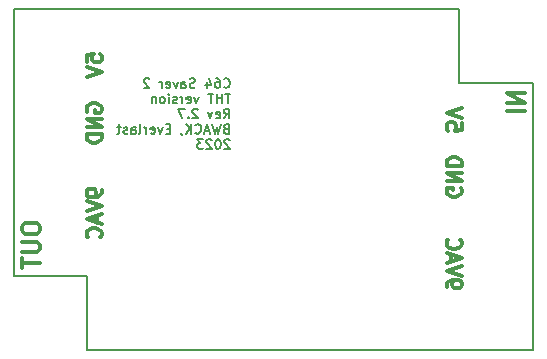
<source format=gbo>
G04 #@! TF.GenerationSoftware,KiCad,Pcbnew,7.0.8*
G04 #@! TF.CreationDate,2023-10-20T02:31:35-04:00*
G04 #@! TF.ProjectId,C64Saver2,43363453-6176-4657-9232-2e6b69636164,2.6*
G04 #@! TF.SameCoordinates,Original*
G04 #@! TF.FileFunction,Legend,Bot*
G04 #@! TF.FilePolarity,Positive*
%FSLAX46Y46*%
G04 Gerber Fmt 4.6, Leading zero omitted, Abs format (unit mm)*
G04 Created by KiCad (PCBNEW 7.0.8) date 2023-10-20 02:31:35*
%MOMM*%
%LPD*%
G01*
G04 APERTURE LIST*
%ADD10C,0.300000*%
%ADD11C,0.200000*%
G04 #@! TA.AperFunction,Profile*
%ADD12C,0.150000*%
G04 #@! TD*
G04 APERTURE END LIST*
D10*
X177110326Y-107217524D02*
X177110326Y-106979428D01*
X177110326Y-106979428D02*
X177169850Y-106860381D01*
X177169850Y-106860381D02*
X177229373Y-106800857D01*
X177229373Y-106800857D02*
X177407945Y-106681809D01*
X177407945Y-106681809D02*
X177646040Y-106622286D01*
X177646040Y-106622286D02*
X178122230Y-106622286D01*
X178122230Y-106622286D02*
X178241278Y-106681809D01*
X178241278Y-106681809D02*
X178300802Y-106741333D01*
X178300802Y-106741333D02*
X178360326Y-106860381D01*
X178360326Y-106860381D02*
X178360326Y-107098476D01*
X178360326Y-107098476D02*
X178300802Y-107217524D01*
X178300802Y-107217524D02*
X178241278Y-107277047D01*
X178241278Y-107277047D02*
X178122230Y-107336571D01*
X178122230Y-107336571D02*
X177824611Y-107336571D01*
X177824611Y-107336571D02*
X177705564Y-107277047D01*
X177705564Y-107277047D02*
X177646040Y-107217524D01*
X177646040Y-107217524D02*
X177586516Y-107098476D01*
X177586516Y-107098476D02*
X177586516Y-106860381D01*
X177586516Y-106860381D02*
X177646040Y-106741333D01*
X177646040Y-106741333D02*
X177705564Y-106681809D01*
X177705564Y-106681809D02*
X177824611Y-106622286D01*
X178360326Y-106265143D02*
X177110326Y-105848476D01*
X177110326Y-105848476D02*
X178360326Y-105431810D01*
X177467469Y-105074666D02*
X177467469Y-104479428D01*
X177110326Y-105193714D02*
X178360326Y-104777047D01*
X178360326Y-104777047D02*
X177110326Y-104360381D01*
X177229373Y-103229428D02*
X177169850Y-103288952D01*
X177169850Y-103288952D02*
X177110326Y-103467523D01*
X177110326Y-103467523D02*
X177110326Y-103586571D01*
X177110326Y-103586571D02*
X177169850Y-103765142D01*
X177169850Y-103765142D02*
X177288897Y-103884190D01*
X177288897Y-103884190D02*
X177407945Y-103943713D01*
X177407945Y-103943713D02*
X177646040Y-104003237D01*
X177646040Y-104003237D02*
X177824611Y-104003237D01*
X177824611Y-104003237D02*
X178062707Y-103943713D01*
X178062707Y-103943713D02*
X178181754Y-103884190D01*
X178181754Y-103884190D02*
X178300802Y-103765142D01*
X178300802Y-103765142D02*
X178360326Y-103586571D01*
X178360326Y-103586571D02*
X178360326Y-103467523D01*
X178360326Y-103467523D02*
X178300802Y-103288952D01*
X178300802Y-103288952D02*
X178241278Y-103229428D01*
X178300802Y-98869381D02*
X178360326Y-98988428D01*
X178360326Y-98988428D02*
X178360326Y-99167000D01*
X178360326Y-99167000D02*
X178300802Y-99345571D01*
X178300802Y-99345571D02*
X178181754Y-99464619D01*
X178181754Y-99464619D02*
X178062707Y-99524142D01*
X178062707Y-99524142D02*
X177824611Y-99583666D01*
X177824611Y-99583666D02*
X177646040Y-99583666D01*
X177646040Y-99583666D02*
X177407945Y-99524142D01*
X177407945Y-99524142D02*
X177288897Y-99464619D01*
X177288897Y-99464619D02*
X177169850Y-99345571D01*
X177169850Y-99345571D02*
X177110326Y-99167000D01*
X177110326Y-99167000D02*
X177110326Y-99047952D01*
X177110326Y-99047952D02*
X177169850Y-98869381D01*
X177169850Y-98869381D02*
X177229373Y-98809857D01*
X177229373Y-98809857D02*
X177646040Y-98809857D01*
X177646040Y-98809857D02*
X177646040Y-99047952D01*
X177110326Y-98274142D02*
X178360326Y-98274142D01*
X178360326Y-98274142D02*
X177110326Y-97559857D01*
X177110326Y-97559857D02*
X178360326Y-97559857D01*
X177110326Y-96964618D02*
X178360326Y-96964618D01*
X178360326Y-96964618D02*
X178360326Y-96666999D01*
X178360326Y-96666999D02*
X178300802Y-96488428D01*
X178300802Y-96488428D02*
X178181754Y-96369380D01*
X178181754Y-96369380D02*
X178062707Y-96309857D01*
X178062707Y-96309857D02*
X177824611Y-96250333D01*
X177824611Y-96250333D02*
X177646040Y-96250333D01*
X177646040Y-96250333D02*
X177407945Y-96309857D01*
X177407945Y-96309857D02*
X177288897Y-96369380D01*
X177288897Y-96369380D02*
X177169850Y-96488428D01*
X177169850Y-96488428D02*
X177110326Y-96666999D01*
X177110326Y-96666999D02*
X177110326Y-96964618D01*
X178360326Y-93329094D02*
X178360326Y-93924332D01*
X178360326Y-93924332D02*
X177765088Y-93983856D01*
X177765088Y-93983856D02*
X177824611Y-93924332D01*
X177824611Y-93924332D02*
X177884135Y-93805285D01*
X177884135Y-93805285D02*
X177884135Y-93507666D01*
X177884135Y-93507666D02*
X177824611Y-93388618D01*
X177824611Y-93388618D02*
X177765088Y-93329094D01*
X177765088Y-93329094D02*
X177646040Y-93269571D01*
X177646040Y-93269571D02*
X177348421Y-93269571D01*
X177348421Y-93269571D02*
X177229373Y-93329094D01*
X177229373Y-93329094D02*
X177169850Y-93388618D01*
X177169850Y-93388618D02*
X177110326Y-93507666D01*
X177110326Y-93507666D02*
X177110326Y-93805285D01*
X177110326Y-93805285D02*
X177169850Y-93924332D01*
X177169850Y-93924332D02*
X177229373Y-93983856D01*
X178360326Y-92912428D02*
X177110326Y-92495761D01*
X177110326Y-92495761D02*
X178360326Y-92079095D01*
X146632673Y-88153905D02*
X146632673Y-87558667D01*
X146632673Y-87558667D02*
X147227911Y-87499143D01*
X147227911Y-87499143D02*
X147168388Y-87558667D01*
X147168388Y-87558667D02*
X147108864Y-87677714D01*
X147108864Y-87677714D02*
X147108864Y-87975333D01*
X147108864Y-87975333D02*
X147168388Y-88094381D01*
X147168388Y-88094381D02*
X147227911Y-88153905D01*
X147227911Y-88153905D02*
X147346959Y-88213428D01*
X147346959Y-88213428D02*
X147644578Y-88213428D01*
X147644578Y-88213428D02*
X147763626Y-88153905D01*
X147763626Y-88153905D02*
X147823150Y-88094381D01*
X147823150Y-88094381D02*
X147882673Y-87975333D01*
X147882673Y-87975333D02*
X147882673Y-87677714D01*
X147882673Y-87677714D02*
X147823150Y-87558667D01*
X147823150Y-87558667D02*
X147763626Y-87499143D01*
X146632673Y-88570571D02*
X147882673Y-88987238D01*
X147882673Y-88987238D02*
X146632673Y-89403904D01*
X146692197Y-92392618D02*
X146632673Y-92273571D01*
X146632673Y-92273571D02*
X146632673Y-92094999D01*
X146632673Y-92094999D02*
X146692197Y-91916428D01*
X146692197Y-91916428D02*
X146811245Y-91797380D01*
X146811245Y-91797380D02*
X146930292Y-91737857D01*
X146930292Y-91737857D02*
X147168388Y-91678333D01*
X147168388Y-91678333D02*
X147346959Y-91678333D01*
X147346959Y-91678333D02*
X147585054Y-91737857D01*
X147585054Y-91737857D02*
X147704102Y-91797380D01*
X147704102Y-91797380D02*
X147823150Y-91916428D01*
X147823150Y-91916428D02*
X147882673Y-92094999D01*
X147882673Y-92094999D02*
X147882673Y-92214047D01*
X147882673Y-92214047D02*
X147823150Y-92392618D01*
X147823150Y-92392618D02*
X147763626Y-92452142D01*
X147763626Y-92452142D02*
X147346959Y-92452142D01*
X147346959Y-92452142D02*
X147346959Y-92214047D01*
X147882673Y-92987857D02*
X146632673Y-92987857D01*
X146632673Y-92987857D02*
X147882673Y-93702142D01*
X147882673Y-93702142D02*
X146632673Y-93702142D01*
X147882673Y-94297381D02*
X146632673Y-94297381D01*
X146632673Y-94297381D02*
X146632673Y-94595000D01*
X146632673Y-94595000D02*
X146692197Y-94773571D01*
X146692197Y-94773571D02*
X146811245Y-94892619D01*
X146811245Y-94892619D02*
X146930292Y-94952142D01*
X146930292Y-94952142D02*
X147168388Y-95011666D01*
X147168388Y-95011666D02*
X147346959Y-95011666D01*
X147346959Y-95011666D02*
X147585054Y-94952142D01*
X147585054Y-94952142D02*
X147704102Y-94892619D01*
X147704102Y-94892619D02*
X147823150Y-94773571D01*
X147823150Y-94773571D02*
X147882673Y-94595000D01*
X147882673Y-94595000D02*
X147882673Y-94297381D01*
X147882673Y-99030475D02*
X147882673Y-99268571D01*
X147882673Y-99268571D02*
X147823150Y-99387618D01*
X147823150Y-99387618D02*
X147763626Y-99447142D01*
X147763626Y-99447142D02*
X147585054Y-99566190D01*
X147585054Y-99566190D02*
X147346959Y-99625713D01*
X147346959Y-99625713D02*
X146870769Y-99625713D01*
X146870769Y-99625713D02*
X146751721Y-99566190D01*
X146751721Y-99566190D02*
X146692197Y-99506666D01*
X146692197Y-99506666D02*
X146632673Y-99387618D01*
X146632673Y-99387618D02*
X146632673Y-99149523D01*
X146632673Y-99149523D02*
X146692197Y-99030475D01*
X146692197Y-99030475D02*
X146751721Y-98970952D01*
X146751721Y-98970952D02*
X146870769Y-98911428D01*
X146870769Y-98911428D02*
X147168388Y-98911428D01*
X147168388Y-98911428D02*
X147287435Y-98970952D01*
X147287435Y-98970952D02*
X147346959Y-99030475D01*
X147346959Y-99030475D02*
X147406483Y-99149523D01*
X147406483Y-99149523D02*
X147406483Y-99387618D01*
X147406483Y-99387618D02*
X147346959Y-99506666D01*
X147346959Y-99506666D02*
X147287435Y-99566190D01*
X147287435Y-99566190D02*
X147168388Y-99625713D01*
X146632673Y-99982856D02*
X147882673Y-100399523D01*
X147882673Y-100399523D02*
X146632673Y-100816189D01*
X147525530Y-101173333D02*
X147525530Y-101768571D01*
X147882673Y-101054285D02*
X146632673Y-101470952D01*
X146632673Y-101470952D02*
X147882673Y-101887618D01*
X147763626Y-103018571D02*
X147823150Y-102959047D01*
X147823150Y-102959047D02*
X147882673Y-102780476D01*
X147882673Y-102780476D02*
X147882673Y-102661428D01*
X147882673Y-102661428D02*
X147823150Y-102482857D01*
X147823150Y-102482857D02*
X147704102Y-102363809D01*
X147704102Y-102363809D02*
X147585054Y-102304286D01*
X147585054Y-102304286D02*
X147346959Y-102244762D01*
X147346959Y-102244762D02*
X147168388Y-102244762D01*
X147168388Y-102244762D02*
X146930292Y-102304286D01*
X146930292Y-102304286D02*
X146811245Y-102363809D01*
X146811245Y-102363809D02*
X146692197Y-102482857D01*
X146692197Y-102482857D02*
X146632673Y-102661428D01*
X146632673Y-102661428D02*
X146632673Y-102780476D01*
X146632673Y-102780476D02*
X146692197Y-102959047D01*
X146692197Y-102959047D02*
X146751721Y-103018571D01*
X182201671Y-92352714D02*
X183701671Y-92352714D01*
X182201671Y-91638428D02*
X183701671Y-91638428D01*
X183701671Y-91638428D02*
X182201671Y-90781285D01*
X182201671Y-90781285D02*
X183701671Y-90781285D01*
X141164328Y-102132000D02*
X141164328Y-102417714D01*
X141164328Y-102417714D02*
X141235757Y-102560571D01*
X141235757Y-102560571D02*
X141378614Y-102703428D01*
X141378614Y-102703428D02*
X141664328Y-102774857D01*
X141664328Y-102774857D02*
X142164328Y-102774857D01*
X142164328Y-102774857D02*
X142450042Y-102703428D01*
X142450042Y-102703428D02*
X142592900Y-102560571D01*
X142592900Y-102560571D02*
X142664328Y-102417714D01*
X142664328Y-102417714D02*
X142664328Y-102132000D01*
X142664328Y-102132000D02*
X142592900Y-101989143D01*
X142592900Y-101989143D02*
X142450042Y-101846285D01*
X142450042Y-101846285D02*
X142164328Y-101774857D01*
X142164328Y-101774857D02*
X141664328Y-101774857D01*
X141664328Y-101774857D02*
X141378614Y-101846285D01*
X141378614Y-101846285D02*
X141235757Y-101989143D01*
X141235757Y-101989143D02*
X141164328Y-102132000D01*
X141164328Y-103417714D02*
X142378614Y-103417714D01*
X142378614Y-103417714D02*
X142521471Y-103489143D01*
X142521471Y-103489143D02*
X142592900Y-103560572D01*
X142592900Y-103560572D02*
X142664328Y-103703429D01*
X142664328Y-103703429D02*
X142664328Y-103989143D01*
X142664328Y-103989143D02*
X142592900Y-104132000D01*
X142592900Y-104132000D02*
X142521471Y-104203429D01*
X142521471Y-104203429D02*
X142378614Y-104274857D01*
X142378614Y-104274857D02*
X141164328Y-104274857D01*
X141164328Y-104774858D02*
X141164328Y-105632001D01*
X142664328Y-105203429D02*
X141164328Y-105203429D01*
D11*
X158224802Y-90290504D02*
X158262898Y-90328600D01*
X158262898Y-90328600D02*
X158377183Y-90366695D01*
X158377183Y-90366695D02*
X158453374Y-90366695D01*
X158453374Y-90366695D02*
X158567660Y-90328600D01*
X158567660Y-90328600D02*
X158643850Y-90252409D01*
X158643850Y-90252409D02*
X158681945Y-90176219D01*
X158681945Y-90176219D02*
X158720041Y-90023838D01*
X158720041Y-90023838D02*
X158720041Y-89909552D01*
X158720041Y-89909552D02*
X158681945Y-89757171D01*
X158681945Y-89757171D02*
X158643850Y-89680980D01*
X158643850Y-89680980D02*
X158567660Y-89604790D01*
X158567660Y-89604790D02*
X158453374Y-89566695D01*
X158453374Y-89566695D02*
X158377183Y-89566695D01*
X158377183Y-89566695D02*
X158262898Y-89604790D01*
X158262898Y-89604790D02*
X158224802Y-89642885D01*
X157539088Y-89566695D02*
X157691469Y-89566695D01*
X157691469Y-89566695D02*
X157767660Y-89604790D01*
X157767660Y-89604790D02*
X157805755Y-89642885D01*
X157805755Y-89642885D02*
X157881945Y-89757171D01*
X157881945Y-89757171D02*
X157920041Y-89909552D01*
X157920041Y-89909552D02*
X157920041Y-90214314D01*
X157920041Y-90214314D02*
X157881945Y-90290504D01*
X157881945Y-90290504D02*
X157843850Y-90328600D01*
X157843850Y-90328600D02*
X157767660Y-90366695D01*
X157767660Y-90366695D02*
X157615279Y-90366695D01*
X157615279Y-90366695D02*
X157539088Y-90328600D01*
X157539088Y-90328600D02*
X157500993Y-90290504D01*
X157500993Y-90290504D02*
X157462898Y-90214314D01*
X157462898Y-90214314D02*
X157462898Y-90023838D01*
X157462898Y-90023838D02*
X157500993Y-89947647D01*
X157500993Y-89947647D02*
X157539088Y-89909552D01*
X157539088Y-89909552D02*
X157615279Y-89871457D01*
X157615279Y-89871457D02*
X157767660Y-89871457D01*
X157767660Y-89871457D02*
X157843850Y-89909552D01*
X157843850Y-89909552D02*
X157881945Y-89947647D01*
X157881945Y-89947647D02*
X157920041Y-90023838D01*
X156777183Y-89833361D02*
X156777183Y-90366695D01*
X156967659Y-89528600D02*
X157158136Y-90100028D01*
X157158136Y-90100028D02*
X156662897Y-90100028D01*
X155786707Y-90328600D02*
X155672421Y-90366695D01*
X155672421Y-90366695D02*
X155481945Y-90366695D01*
X155481945Y-90366695D02*
X155405754Y-90328600D01*
X155405754Y-90328600D02*
X155367659Y-90290504D01*
X155367659Y-90290504D02*
X155329564Y-90214314D01*
X155329564Y-90214314D02*
X155329564Y-90138123D01*
X155329564Y-90138123D02*
X155367659Y-90061933D01*
X155367659Y-90061933D02*
X155405754Y-90023838D01*
X155405754Y-90023838D02*
X155481945Y-89985742D01*
X155481945Y-89985742D02*
X155634326Y-89947647D01*
X155634326Y-89947647D02*
X155710516Y-89909552D01*
X155710516Y-89909552D02*
X155748611Y-89871457D01*
X155748611Y-89871457D02*
X155786707Y-89795266D01*
X155786707Y-89795266D02*
X155786707Y-89719076D01*
X155786707Y-89719076D02*
X155748611Y-89642885D01*
X155748611Y-89642885D02*
X155710516Y-89604790D01*
X155710516Y-89604790D02*
X155634326Y-89566695D01*
X155634326Y-89566695D02*
X155443849Y-89566695D01*
X155443849Y-89566695D02*
X155329564Y-89604790D01*
X154643849Y-90366695D02*
X154643849Y-89947647D01*
X154643849Y-89947647D02*
X154681944Y-89871457D01*
X154681944Y-89871457D02*
X154758135Y-89833361D01*
X154758135Y-89833361D02*
X154910516Y-89833361D01*
X154910516Y-89833361D02*
X154986706Y-89871457D01*
X154643849Y-90328600D02*
X154720040Y-90366695D01*
X154720040Y-90366695D02*
X154910516Y-90366695D01*
X154910516Y-90366695D02*
X154986706Y-90328600D01*
X154986706Y-90328600D02*
X155024802Y-90252409D01*
X155024802Y-90252409D02*
X155024802Y-90176219D01*
X155024802Y-90176219D02*
X154986706Y-90100028D01*
X154986706Y-90100028D02*
X154910516Y-90061933D01*
X154910516Y-90061933D02*
X154720040Y-90061933D01*
X154720040Y-90061933D02*
X154643849Y-90023838D01*
X154339087Y-89833361D02*
X154148611Y-90366695D01*
X154148611Y-90366695D02*
X153958134Y-89833361D01*
X153348610Y-90328600D02*
X153424801Y-90366695D01*
X153424801Y-90366695D02*
X153577182Y-90366695D01*
X153577182Y-90366695D02*
X153653372Y-90328600D01*
X153653372Y-90328600D02*
X153691468Y-90252409D01*
X153691468Y-90252409D02*
X153691468Y-89947647D01*
X153691468Y-89947647D02*
X153653372Y-89871457D01*
X153653372Y-89871457D02*
X153577182Y-89833361D01*
X153577182Y-89833361D02*
X153424801Y-89833361D01*
X153424801Y-89833361D02*
X153348610Y-89871457D01*
X153348610Y-89871457D02*
X153310515Y-89947647D01*
X153310515Y-89947647D02*
X153310515Y-90023838D01*
X153310515Y-90023838D02*
X153691468Y-90100028D01*
X152967658Y-90366695D02*
X152967658Y-89833361D01*
X152967658Y-89985742D02*
X152929563Y-89909552D01*
X152929563Y-89909552D02*
X152891468Y-89871457D01*
X152891468Y-89871457D02*
X152815277Y-89833361D01*
X152815277Y-89833361D02*
X152739087Y-89833361D01*
X151900992Y-89642885D02*
X151862896Y-89604790D01*
X151862896Y-89604790D02*
X151786706Y-89566695D01*
X151786706Y-89566695D02*
X151596230Y-89566695D01*
X151596230Y-89566695D02*
X151520039Y-89604790D01*
X151520039Y-89604790D02*
X151481944Y-89642885D01*
X151481944Y-89642885D02*
X151443849Y-89719076D01*
X151443849Y-89719076D02*
X151443849Y-89795266D01*
X151443849Y-89795266D02*
X151481944Y-89909552D01*
X151481944Y-89909552D02*
X151939087Y-90366695D01*
X151939087Y-90366695D02*
X151443849Y-90366695D01*
X158796231Y-90854695D02*
X158339088Y-90854695D01*
X158567660Y-91654695D02*
X158567660Y-90854695D01*
X158072421Y-91654695D02*
X158072421Y-90854695D01*
X158072421Y-91235647D02*
X157615278Y-91235647D01*
X157615278Y-91654695D02*
X157615278Y-90854695D01*
X157348612Y-90854695D02*
X156891469Y-90854695D01*
X157120041Y-91654695D02*
X157120041Y-90854695D01*
X156091469Y-91121361D02*
X155900993Y-91654695D01*
X155900993Y-91654695D02*
X155710516Y-91121361D01*
X155100992Y-91616600D02*
X155177183Y-91654695D01*
X155177183Y-91654695D02*
X155329564Y-91654695D01*
X155329564Y-91654695D02*
X155405754Y-91616600D01*
X155405754Y-91616600D02*
X155443850Y-91540409D01*
X155443850Y-91540409D02*
X155443850Y-91235647D01*
X155443850Y-91235647D02*
X155405754Y-91159457D01*
X155405754Y-91159457D02*
X155329564Y-91121361D01*
X155329564Y-91121361D02*
X155177183Y-91121361D01*
X155177183Y-91121361D02*
X155100992Y-91159457D01*
X155100992Y-91159457D02*
X155062897Y-91235647D01*
X155062897Y-91235647D02*
X155062897Y-91311838D01*
X155062897Y-91311838D02*
X155443850Y-91388028D01*
X154720040Y-91654695D02*
X154720040Y-91121361D01*
X154720040Y-91273742D02*
X154681945Y-91197552D01*
X154681945Y-91197552D02*
X154643850Y-91159457D01*
X154643850Y-91159457D02*
X154567659Y-91121361D01*
X154567659Y-91121361D02*
X154491469Y-91121361D01*
X154262898Y-91616600D02*
X154186707Y-91654695D01*
X154186707Y-91654695D02*
X154034326Y-91654695D01*
X154034326Y-91654695D02*
X153958136Y-91616600D01*
X153958136Y-91616600D02*
X153920040Y-91540409D01*
X153920040Y-91540409D02*
X153920040Y-91502314D01*
X153920040Y-91502314D02*
X153958136Y-91426123D01*
X153958136Y-91426123D02*
X154034326Y-91388028D01*
X154034326Y-91388028D02*
X154148612Y-91388028D01*
X154148612Y-91388028D02*
X154224802Y-91349933D01*
X154224802Y-91349933D02*
X154262898Y-91273742D01*
X154262898Y-91273742D02*
X154262898Y-91235647D01*
X154262898Y-91235647D02*
X154224802Y-91159457D01*
X154224802Y-91159457D02*
X154148612Y-91121361D01*
X154148612Y-91121361D02*
X154034326Y-91121361D01*
X154034326Y-91121361D02*
X153958136Y-91159457D01*
X153577183Y-91654695D02*
X153577183Y-91121361D01*
X153577183Y-90854695D02*
X153615279Y-90892790D01*
X153615279Y-90892790D02*
X153577183Y-90930885D01*
X153577183Y-90930885D02*
X153539088Y-90892790D01*
X153539088Y-90892790D02*
X153577183Y-90854695D01*
X153577183Y-90854695D02*
X153577183Y-90930885D01*
X153081946Y-91654695D02*
X153158136Y-91616600D01*
X153158136Y-91616600D02*
X153196231Y-91578504D01*
X153196231Y-91578504D02*
X153234327Y-91502314D01*
X153234327Y-91502314D02*
X153234327Y-91273742D01*
X153234327Y-91273742D02*
X153196231Y-91197552D01*
X153196231Y-91197552D02*
X153158136Y-91159457D01*
X153158136Y-91159457D02*
X153081946Y-91121361D01*
X153081946Y-91121361D02*
X152967660Y-91121361D01*
X152967660Y-91121361D02*
X152891469Y-91159457D01*
X152891469Y-91159457D02*
X152853374Y-91197552D01*
X152853374Y-91197552D02*
X152815279Y-91273742D01*
X152815279Y-91273742D02*
X152815279Y-91502314D01*
X152815279Y-91502314D02*
X152853374Y-91578504D01*
X152853374Y-91578504D02*
X152891469Y-91616600D01*
X152891469Y-91616600D02*
X152967660Y-91654695D01*
X152967660Y-91654695D02*
X153081946Y-91654695D01*
X152472421Y-91121361D02*
X152472421Y-91654695D01*
X152472421Y-91197552D02*
X152434326Y-91159457D01*
X152434326Y-91159457D02*
X152358136Y-91121361D01*
X152358136Y-91121361D02*
X152243850Y-91121361D01*
X152243850Y-91121361D02*
X152167659Y-91159457D01*
X152167659Y-91159457D02*
X152129564Y-91235647D01*
X152129564Y-91235647D02*
X152129564Y-91654695D01*
X158224802Y-92942695D02*
X158491469Y-92561742D01*
X158681945Y-92942695D02*
X158681945Y-92142695D01*
X158681945Y-92142695D02*
X158377183Y-92142695D01*
X158377183Y-92142695D02*
X158300993Y-92180790D01*
X158300993Y-92180790D02*
X158262898Y-92218885D01*
X158262898Y-92218885D02*
X158224802Y-92295076D01*
X158224802Y-92295076D02*
X158224802Y-92409361D01*
X158224802Y-92409361D02*
X158262898Y-92485552D01*
X158262898Y-92485552D02*
X158300993Y-92523647D01*
X158300993Y-92523647D02*
X158377183Y-92561742D01*
X158377183Y-92561742D02*
X158681945Y-92561742D01*
X157577183Y-92904600D02*
X157653374Y-92942695D01*
X157653374Y-92942695D02*
X157805755Y-92942695D01*
X157805755Y-92942695D02*
X157881945Y-92904600D01*
X157881945Y-92904600D02*
X157920041Y-92828409D01*
X157920041Y-92828409D02*
X157920041Y-92523647D01*
X157920041Y-92523647D02*
X157881945Y-92447457D01*
X157881945Y-92447457D02*
X157805755Y-92409361D01*
X157805755Y-92409361D02*
X157653374Y-92409361D01*
X157653374Y-92409361D02*
X157577183Y-92447457D01*
X157577183Y-92447457D02*
X157539088Y-92523647D01*
X157539088Y-92523647D02*
X157539088Y-92599838D01*
X157539088Y-92599838D02*
X157920041Y-92676028D01*
X157272422Y-92409361D02*
X157081946Y-92942695D01*
X157081946Y-92942695D02*
X156891469Y-92409361D01*
X156015279Y-92218885D02*
X155977183Y-92180790D01*
X155977183Y-92180790D02*
X155900993Y-92142695D01*
X155900993Y-92142695D02*
X155710517Y-92142695D01*
X155710517Y-92142695D02*
X155634326Y-92180790D01*
X155634326Y-92180790D02*
X155596231Y-92218885D01*
X155596231Y-92218885D02*
X155558136Y-92295076D01*
X155558136Y-92295076D02*
X155558136Y-92371266D01*
X155558136Y-92371266D02*
X155596231Y-92485552D01*
X155596231Y-92485552D02*
X156053374Y-92942695D01*
X156053374Y-92942695D02*
X155558136Y-92942695D01*
X155215278Y-92866504D02*
X155177183Y-92904600D01*
X155177183Y-92904600D02*
X155215278Y-92942695D01*
X155215278Y-92942695D02*
X155253374Y-92904600D01*
X155253374Y-92904600D02*
X155215278Y-92866504D01*
X155215278Y-92866504D02*
X155215278Y-92942695D01*
X154910517Y-92142695D02*
X154377183Y-92142695D01*
X154377183Y-92142695D02*
X154720041Y-92942695D01*
X158415279Y-93811647D02*
X158300993Y-93849742D01*
X158300993Y-93849742D02*
X158262898Y-93887838D01*
X158262898Y-93887838D02*
X158224802Y-93964028D01*
X158224802Y-93964028D02*
X158224802Y-94078314D01*
X158224802Y-94078314D02*
X158262898Y-94154504D01*
X158262898Y-94154504D02*
X158300993Y-94192600D01*
X158300993Y-94192600D02*
X158377183Y-94230695D01*
X158377183Y-94230695D02*
X158681945Y-94230695D01*
X158681945Y-94230695D02*
X158681945Y-93430695D01*
X158681945Y-93430695D02*
X158415279Y-93430695D01*
X158415279Y-93430695D02*
X158339088Y-93468790D01*
X158339088Y-93468790D02*
X158300993Y-93506885D01*
X158300993Y-93506885D02*
X158262898Y-93583076D01*
X158262898Y-93583076D02*
X158262898Y-93659266D01*
X158262898Y-93659266D02*
X158300993Y-93735457D01*
X158300993Y-93735457D02*
X158339088Y-93773552D01*
X158339088Y-93773552D02*
X158415279Y-93811647D01*
X158415279Y-93811647D02*
X158681945Y-93811647D01*
X157958136Y-93430695D02*
X157767660Y-94230695D01*
X157767660Y-94230695D02*
X157615279Y-93659266D01*
X157615279Y-93659266D02*
X157462898Y-94230695D01*
X157462898Y-94230695D02*
X157272422Y-93430695D01*
X157005755Y-94002123D02*
X156624802Y-94002123D01*
X157081945Y-94230695D02*
X156815278Y-93430695D01*
X156815278Y-93430695D02*
X156548612Y-94230695D01*
X155824802Y-94154504D02*
X155862898Y-94192600D01*
X155862898Y-94192600D02*
X155977183Y-94230695D01*
X155977183Y-94230695D02*
X156053374Y-94230695D01*
X156053374Y-94230695D02*
X156167660Y-94192600D01*
X156167660Y-94192600D02*
X156243850Y-94116409D01*
X156243850Y-94116409D02*
X156281945Y-94040219D01*
X156281945Y-94040219D02*
X156320041Y-93887838D01*
X156320041Y-93887838D02*
X156320041Y-93773552D01*
X156320041Y-93773552D02*
X156281945Y-93621171D01*
X156281945Y-93621171D02*
X156243850Y-93544980D01*
X156243850Y-93544980D02*
X156167660Y-93468790D01*
X156167660Y-93468790D02*
X156053374Y-93430695D01*
X156053374Y-93430695D02*
X155977183Y-93430695D01*
X155977183Y-93430695D02*
X155862898Y-93468790D01*
X155862898Y-93468790D02*
X155824802Y-93506885D01*
X155481945Y-94230695D02*
X155481945Y-93430695D01*
X155024802Y-94230695D02*
X155367660Y-93773552D01*
X155024802Y-93430695D02*
X155481945Y-93887838D01*
X154643850Y-94192600D02*
X154643850Y-94230695D01*
X154643850Y-94230695D02*
X154681945Y-94306885D01*
X154681945Y-94306885D02*
X154720041Y-94344980D01*
X153691469Y-93811647D02*
X153424803Y-93811647D01*
X153310517Y-94230695D02*
X153691469Y-94230695D01*
X153691469Y-94230695D02*
X153691469Y-93430695D01*
X153691469Y-93430695D02*
X153310517Y-93430695D01*
X153043850Y-93697361D02*
X152853374Y-94230695D01*
X152853374Y-94230695D02*
X152662897Y-93697361D01*
X152053373Y-94192600D02*
X152129564Y-94230695D01*
X152129564Y-94230695D02*
X152281945Y-94230695D01*
X152281945Y-94230695D02*
X152358135Y-94192600D01*
X152358135Y-94192600D02*
X152396231Y-94116409D01*
X152396231Y-94116409D02*
X152396231Y-93811647D01*
X152396231Y-93811647D02*
X152358135Y-93735457D01*
X152358135Y-93735457D02*
X152281945Y-93697361D01*
X152281945Y-93697361D02*
X152129564Y-93697361D01*
X152129564Y-93697361D02*
X152053373Y-93735457D01*
X152053373Y-93735457D02*
X152015278Y-93811647D01*
X152015278Y-93811647D02*
X152015278Y-93887838D01*
X152015278Y-93887838D02*
X152396231Y-93964028D01*
X151672421Y-94230695D02*
X151672421Y-93697361D01*
X151672421Y-93849742D02*
X151634326Y-93773552D01*
X151634326Y-93773552D02*
X151596231Y-93735457D01*
X151596231Y-93735457D02*
X151520040Y-93697361D01*
X151520040Y-93697361D02*
X151443850Y-93697361D01*
X151062898Y-94230695D02*
X151139088Y-94192600D01*
X151139088Y-94192600D02*
X151177183Y-94116409D01*
X151177183Y-94116409D02*
X151177183Y-93430695D01*
X150415278Y-94230695D02*
X150415278Y-93811647D01*
X150415278Y-93811647D02*
X150453373Y-93735457D01*
X150453373Y-93735457D02*
X150529564Y-93697361D01*
X150529564Y-93697361D02*
X150681945Y-93697361D01*
X150681945Y-93697361D02*
X150758135Y-93735457D01*
X150415278Y-94192600D02*
X150491469Y-94230695D01*
X150491469Y-94230695D02*
X150681945Y-94230695D01*
X150681945Y-94230695D02*
X150758135Y-94192600D01*
X150758135Y-94192600D02*
X150796231Y-94116409D01*
X150796231Y-94116409D02*
X150796231Y-94040219D01*
X150796231Y-94040219D02*
X150758135Y-93964028D01*
X150758135Y-93964028D02*
X150681945Y-93925933D01*
X150681945Y-93925933D02*
X150491469Y-93925933D01*
X150491469Y-93925933D02*
X150415278Y-93887838D01*
X150072421Y-94192600D02*
X149996230Y-94230695D01*
X149996230Y-94230695D02*
X149843849Y-94230695D01*
X149843849Y-94230695D02*
X149767659Y-94192600D01*
X149767659Y-94192600D02*
X149729563Y-94116409D01*
X149729563Y-94116409D02*
X149729563Y-94078314D01*
X149729563Y-94078314D02*
X149767659Y-94002123D01*
X149767659Y-94002123D02*
X149843849Y-93964028D01*
X149843849Y-93964028D02*
X149958135Y-93964028D01*
X149958135Y-93964028D02*
X150034325Y-93925933D01*
X150034325Y-93925933D02*
X150072421Y-93849742D01*
X150072421Y-93849742D02*
X150072421Y-93811647D01*
X150072421Y-93811647D02*
X150034325Y-93735457D01*
X150034325Y-93735457D02*
X149958135Y-93697361D01*
X149958135Y-93697361D02*
X149843849Y-93697361D01*
X149843849Y-93697361D02*
X149767659Y-93735457D01*
X149500992Y-93697361D02*
X149196230Y-93697361D01*
X149386706Y-93430695D02*
X149386706Y-94116409D01*
X149386706Y-94116409D02*
X149348611Y-94192600D01*
X149348611Y-94192600D02*
X149272421Y-94230695D01*
X149272421Y-94230695D02*
X149196230Y-94230695D01*
X158720041Y-94794885D02*
X158681945Y-94756790D01*
X158681945Y-94756790D02*
X158605755Y-94718695D01*
X158605755Y-94718695D02*
X158415279Y-94718695D01*
X158415279Y-94718695D02*
X158339088Y-94756790D01*
X158339088Y-94756790D02*
X158300993Y-94794885D01*
X158300993Y-94794885D02*
X158262898Y-94871076D01*
X158262898Y-94871076D02*
X158262898Y-94947266D01*
X158262898Y-94947266D02*
X158300993Y-95061552D01*
X158300993Y-95061552D02*
X158758136Y-95518695D01*
X158758136Y-95518695D02*
X158262898Y-95518695D01*
X157767659Y-94718695D02*
X157691469Y-94718695D01*
X157691469Y-94718695D02*
X157615278Y-94756790D01*
X157615278Y-94756790D02*
X157577183Y-94794885D01*
X157577183Y-94794885D02*
X157539088Y-94871076D01*
X157539088Y-94871076D02*
X157500993Y-95023457D01*
X157500993Y-95023457D02*
X157500993Y-95213933D01*
X157500993Y-95213933D02*
X157539088Y-95366314D01*
X157539088Y-95366314D02*
X157577183Y-95442504D01*
X157577183Y-95442504D02*
X157615278Y-95480600D01*
X157615278Y-95480600D02*
X157691469Y-95518695D01*
X157691469Y-95518695D02*
X157767659Y-95518695D01*
X157767659Y-95518695D02*
X157843850Y-95480600D01*
X157843850Y-95480600D02*
X157881945Y-95442504D01*
X157881945Y-95442504D02*
X157920040Y-95366314D01*
X157920040Y-95366314D02*
X157958136Y-95213933D01*
X157958136Y-95213933D02*
X157958136Y-95023457D01*
X157958136Y-95023457D02*
X157920040Y-94871076D01*
X157920040Y-94871076D02*
X157881945Y-94794885D01*
X157881945Y-94794885D02*
X157843850Y-94756790D01*
X157843850Y-94756790D02*
X157767659Y-94718695D01*
X157196231Y-94794885D02*
X157158135Y-94756790D01*
X157158135Y-94756790D02*
X157081945Y-94718695D01*
X157081945Y-94718695D02*
X156891469Y-94718695D01*
X156891469Y-94718695D02*
X156815278Y-94756790D01*
X156815278Y-94756790D02*
X156777183Y-94794885D01*
X156777183Y-94794885D02*
X156739088Y-94871076D01*
X156739088Y-94871076D02*
X156739088Y-94947266D01*
X156739088Y-94947266D02*
X156777183Y-95061552D01*
X156777183Y-95061552D02*
X157234326Y-95518695D01*
X157234326Y-95518695D02*
X156739088Y-95518695D01*
X156472421Y-94718695D02*
X155977183Y-94718695D01*
X155977183Y-94718695D02*
X156243849Y-95023457D01*
X156243849Y-95023457D02*
X156129564Y-95023457D01*
X156129564Y-95023457D02*
X156053373Y-95061552D01*
X156053373Y-95061552D02*
X156015278Y-95099647D01*
X156015278Y-95099647D02*
X155977183Y-95175838D01*
X155977183Y-95175838D02*
X155977183Y-95366314D01*
X155977183Y-95366314D02*
X156015278Y-95442504D01*
X156015278Y-95442504D02*
X156053373Y-95480600D01*
X156053373Y-95480600D02*
X156129564Y-95518695D01*
X156129564Y-95518695D02*
X156358135Y-95518695D01*
X156358135Y-95518695D02*
X156434326Y-95480600D01*
X156434326Y-95480600D02*
X156472421Y-95442504D01*
D12*
X184404000Y-112522000D02*
X146685000Y-112522000D01*
X140462000Y-83693000D02*
X178181000Y-83693000D01*
X140462000Y-106299000D02*
X140462000Y-83693000D01*
X178181000Y-89916000D02*
X184404000Y-89916000D01*
X146685000Y-112522000D02*
X146685000Y-106299000D01*
X146685000Y-106299000D02*
X140462000Y-106299000D01*
X178181000Y-83693000D02*
X178181000Y-89916000D01*
X184404000Y-89916000D02*
X184404000Y-112522000D01*
M02*

</source>
